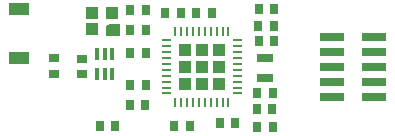
<source format=gtp>
G75*
G70*
%OFA0B0*%
%FSLAX24Y24*%
%IPPOS*%
%LPD*%
%AMOC8*
5,1,8,0,0,1.08239X$1,22.5*
%
%ADD10C,0.0098*%
%ADD11R,0.0266X0.0098*%
%ADD12R,0.0098X0.0266*%
%ADD13R,0.0413X0.0413*%
%ADD14R,0.0276X0.0354*%
%ADD15R,0.0433X0.0394*%
%ADD16C,0.0020*%
%ADD17R,0.0551X0.0276*%
%ADD18R,0.0138X0.0394*%
%ADD19R,0.0354X0.0276*%
%ADD20R,0.0669X0.0394*%
%ADD21R,0.0807X0.0299*%
D10*
X005798Y001884D03*
X005798Y002081D03*
X005798Y002278D03*
X005798Y002475D03*
X005798Y002672D03*
X005798Y002868D03*
X005798Y003065D03*
X005798Y003262D03*
X005798Y003459D03*
X005798Y003656D03*
X005975Y003833D03*
X006172Y003833D03*
X006369Y003833D03*
X006566Y003833D03*
X006763Y003833D03*
X006959Y003833D03*
X007156Y003833D03*
X007353Y003833D03*
X007550Y003833D03*
X007747Y003833D03*
X007924Y003656D03*
X007924Y003459D03*
X007924Y003262D03*
X007924Y003065D03*
X007924Y002868D03*
X007924Y002672D03*
X007924Y002475D03*
X007924Y002278D03*
X007924Y002081D03*
X007924Y001884D03*
X007747Y001707D03*
X007550Y001707D03*
X007353Y001707D03*
X007156Y001707D03*
X006959Y001707D03*
X006763Y001707D03*
X006566Y001707D03*
X006369Y001707D03*
X006172Y001707D03*
X005975Y001707D03*
D11*
X005665Y001884D03*
X005665Y002081D03*
X005665Y002278D03*
X005665Y002475D03*
X005665Y002672D03*
X005665Y002868D03*
X005665Y003065D03*
X005665Y003262D03*
X005665Y003459D03*
X005665Y003656D03*
X008057Y003656D03*
X008057Y003459D03*
X008057Y003262D03*
X008057Y003065D03*
X008057Y002868D03*
X008057Y002672D03*
X008057Y002475D03*
X008057Y002278D03*
X008057Y002081D03*
X008057Y001884D03*
D12*
X007747Y001574D03*
X007550Y001574D03*
X007353Y001574D03*
X007156Y001574D03*
X006959Y001574D03*
X006763Y001574D03*
X006566Y001574D03*
X006369Y001574D03*
X006172Y001574D03*
X005975Y001574D03*
X005975Y003966D03*
X006172Y003966D03*
X006369Y003966D03*
X006566Y003966D03*
X006763Y003966D03*
X006959Y003966D03*
X007156Y003966D03*
X007353Y003966D03*
X007550Y003966D03*
X007747Y003966D03*
D13*
X007432Y003341D03*
X006861Y003341D03*
X006290Y003341D03*
X006290Y002770D03*
X006861Y002770D03*
X007432Y002770D03*
X007432Y002199D03*
X006861Y002199D03*
X006290Y002199D03*
D14*
X003453Y000789D03*
X003965Y000789D03*
X004468Y001500D03*
X004980Y001500D03*
X004989Y002181D03*
X004477Y002181D03*
X004474Y003221D03*
X004986Y003221D03*
X004986Y003982D03*
X004474Y003982D03*
X005640Y004576D03*
X006152Y004576D03*
X006675Y004576D03*
X007187Y004576D03*
X008750Y004711D03*
X009262Y004711D03*
X009261Y004130D03*
X008749Y004130D03*
X008756Y003625D03*
X009268Y003625D03*
X004983Y004658D03*
X004471Y004658D03*
X008710Y001895D03*
X009222Y001895D03*
X009212Y001366D03*
X008700Y001366D03*
X007979Y000902D03*
X007467Y000902D03*
X006455Y000794D03*
X005943Y000794D03*
X008704Y000750D03*
X009216Y000750D03*
D15*
X003211Y004023D03*
X003211Y004575D03*
X003881Y004575D03*
D16*
X003772Y004210D02*
X004087Y004210D01*
X004087Y003836D01*
X003674Y003836D01*
X003674Y004112D01*
X003772Y004210D01*
X003771Y004209D02*
X004087Y004209D01*
X004087Y004190D02*
X003752Y004190D01*
X003734Y004172D02*
X004087Y004172D01*
X004087Y004153D02*
X003715Y004153D01*
X003697Y004135D02*
X004087Y004135D01*
X004087Y004116D02*
X003678Y004116D01*
X003674Y004098D02*
X004087Y004098D01*
X004087Y004079D02*
X003674Y004079D01*
X003674Y004061D02*
X004087Y004061D01*
X004087Y004042D02*
X003674Y004042D01*
X003674Y004024D02*
X004087Y004024D01*
X004087Y004005D02*
X003674Y004005D01*
X003674Y003987D02*
X004087Y003987D01*
X004087Y003968D02*
X003674Y003968D01*
X003674Y003950D02*
X004087Y003950D01*
X004087Y003931D02*
X003674Y003931D01*
X003674Y003913D02*
X004087Y003913D01*
X004087Y003894D02*
X003674Y003894D01*
X003674Y003876D02*
X004087Y003876D01*
X004087Y003857D02*
X003674Y003857D01*
X003674Y003839D02*
X004087Y003839D01*
D17*
X008972Y003077D03*
X008972Y002407D03*
D18*
X003874Y002519D03*
X003618Y002519D03*
X003362Y002519D03*
X003362Y003207D03*
X003618Y003207D03*
X003874Y003207D03*
D19*
X002851Y003032D03*
X001922Y003056D03*
X001922Y002544D03*
X002851Y002520D03*
D20*
X000781Y003057D03*
X000781Y004699D03*
D21*
X011186Y003771D03*
X011186Y003271D03*
X011186Y002771D03*
X011186Y002271D03*
X011186Y001771D03*
X012588Y001771D03*
X012588Y002271D03*
X012588Y002771D03*
X012588Y003271D03*
X012588Y003771D03*
M02*

</source>
